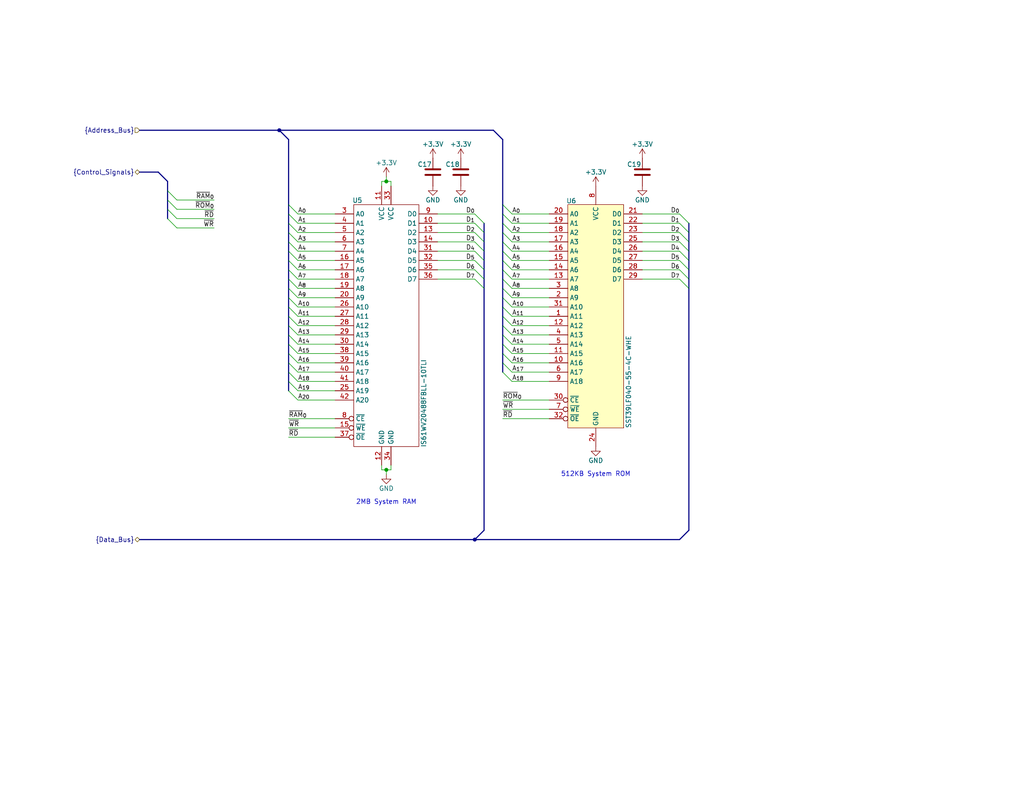
<source format=kicad_sch>
(kicad_sch (version 20231120) (generator "eeschema") (generator_version "8.0")
  (paper "USLetter")
  (lib_symbols
    (symbol "Device:C" (pin_numbers hide) (pin_names (offset 0.254))
      (property "Reference" "C" (at 0.635 2.54 0))
      (property "Value" "C" (at 0.635 -2.54 0))
      (symbol "C_0_1"
        (polyline (pts (xy -2.032 -0.762) (xy 2.032 -0.762)) (stroke (width 0.508)))
        (polyline (pts (xy -2.032 0.762) (xy 2.032 0.762)) (stroke (width 0.508)))
      )
      (symbol "C_1_1"
        (pin passive line (at 0 3.81 270) (length 2.794) (name "~") (number "1"))
        (pin passive line (at 0 -3.81 90) (length 2.794) (name "~") (number "2"))
      )
    )
    (symbol "Sentinel 65X - Prototype 4 V2:IS61WV20488FBLL-10TLI"
      (property "Reference" "U" (at 0.6663 0.793 0))
      (property "Value" "IS61WV20488FBLL-10TLI" (at 18.9873 -54.2482 90))
      (symbol "IS61WV20488FBLL-10TLI_0_1"
        (rectangle (start 0 0) (end 17.78 -66.04))
      )
      (symbol "IS61WV20488FBLL-10TLI_1_1"
        (pin no_connect line (at 22.86 -45.72 180) (length 5.08) hide (name "NC") (number "1"))
        (pin tri_state line (at 22.86 -5.08 180) (length 5.08) (name "D1") (number "10"))
        (pin power_in line (at 7.62 5.08 270) (length 5.08) (name "VCC") (number "11"))
        (pin power_in line (at 7.62 -71.12 90) (length 5.08) (name "GND") (number "12"))
        (pin tri_state line (at 22.86 -7.62 180) (length 5.08) (name "D2") (number "13"))
        (pin tri_state line (at 22.86 -10.16 180) (length 5.08) (name "D3") (number "14"))
        (pin input inverted (at -5.08 -60.96 0) (length 5.08) (name "~{WE}") (number "15"))
        (pin input line (at -5.08 -15.24 0) (length 5.08) (name "A5") (number "16"))
        (pin input line (at -5.08 -17.78 0) (length 5.08) (name "A6") (number "17"))
        (pin input line (at -5.08 -20.32 0) (length 5.08) (name "A7") (number "18"))
        (pin input line (at -5.08 -22.86 0) (length 5.08) (name "A8") (number "19"))
        (pin no_connect line (at 22.86 -48.26 180) (length 5.08) hide (name "NC") (number "2"))
        (pin input line (at -5.08 -25.4 0) (length 5.08) (name "A9") (number "20"))
        (pin no_connect line (at 22.86 -50.8 180) (length 5.08) hide (name "NC") (number "21"))
        (pin no_connect line (at 22.86 -53.34 180) (length 5.08) hide (name "NC") (number "22"))
        (pin no_connect line (at 22.86 -55.88 180) (length 5.08) hide (name "NC") (number "23"))
        (pin no_connect line (at 22.86 -58.42 180) (length 5.08) hide (name "NC") (number "24"))
        (pin input line (at -5.08 -50.8 0) (length 5.08) (name "A19") (number "25"))
        (pin input line (at -5.08 -27.94 0) (length 5.08) (name "A10") (number "26"))
        (pin input line (at -5.08 -30.48 0) (length 5.08) (name "A11") (number "27"))
        (pin input line (at -5.08 -33.02 0) (length 5.08) (name "A12") (number "28"))
        (pin input line (at -5.08 -35.56 0) (length 5.08) (name "A13") (number "29"))
        (pin input line (at -5.08 -2.54 0) (length 5.08) (name "A0") (number "3"))
        (pin input line (at -5.08 -38.1 0) (length 5.08) (name "A14") (number "30"))
        (pin tri_state line (at 22.86 -12.7 180) (length 5.08) (name "D4") (number "31"))
        (pin tri_state line (at 22.86 -15.24 180) (length 5.08) (name "D5") (number "32"))
        (pin power_in line (at 10.16 5.08 270) (length 5.08) (name "VCC") (number "33"))
        (pin power_in line (at 10.16 -71.12 90) (length 5.08) (name "GND") (number "34"))
        (pin tri_state line (at 22.86 -17.78 180) (length 5.08) (name "D6") (number "35"))
        (pin tri_state line (at 22.86 -20.32 180) (length 5.08) (name "D7") (number "36"))
        (pin input inverted (at -5.08 -63.5 0) (length 5.08) (name "~{OE}") (number "37"))
        (pin input line (at -5.08 -40.64 0) (length 5.08) (name "A15") (number "38"))
        (pin input line (at -5.08 -43.18 0) (length 5.08) (name "A16") (number "39"))
        (pin input line (at -5.08 -5.08 0) (length 5.08) (name "A1") (number "4"))
        (pin input line (at -5.08 -45.72 0) (length 5.08) (name "A17") (number "40"))
        (pin input line (at -5.08 -48.26 0) (length 5.08) (name "A18") (number "41"))
        (pin input line (at -5.08 -53.34 0) (length 5.08) (name "A20") (number "42"))
        (pin no_connect line (at 22.86 -60.96 180) (length 5.08) hide (name "NC") (number "43"))
        (pin no_connect line (at 22.86 -63.5 180) (length 5.08) hide (name "NC") (number "44"))
        (pin input line (at -5.08 -7.62 0) (length 5.08) (name "A2") (number "5"))
        (pin input line (at -5.08 -10.16 0) (length 5.08) (name "A3") (number "6"))
        (pin input line (at -5.08 -12.7 0) (length 5.08) (name "A4") (number "7"))
        (pin input inverted (at -5.08 -58.42 0) (length 5.08) (name "~{CE}") (number "8"))
        (pin tri_state line (at 22.86 -2.54 180) (length 5.08) (name "D0") (number "9"))
      )
    )
    (symbol "Sentinel 65X - Prototype 4 V2:SST39LF040-55-4C-WHE"
      (property "Reference" "U" (at 0.6004 0.7632 0))
      (property "Value" "SST39LF040-55-4C-WHE" (at 16.7179 -48.2788 90))
      (property "Footprint" "Package_SO:TSOP-I-32_14.4x8mm_P0.5mm" (at 2.54 10.16 0))
      (symbol "SST39LF040-55-4C-WHE_1_1"
        (rectangle (start 0 0) (end 15.24 -60.96) (fill (type background)))
        (pin input line (at -5.08 -30.48 0) (length 5.08) (name "A11") (number "1"))
        (pin input line (at -5.08 -43.18 0) (length 5.08) (name "A16") (number "10"))
        (pin input line (at -5.08 -40.64 0) (length 5.08) (name "A15") (number "11"))
        (pin input line (at -5.08 -33.02 0) (length 5.08) (name "A12") (number "12"))
        (pin input line (at -5.08 -20.32 0) (length 5.08) (name "A7") (number "13"))
        (pin input line (at -5.08 -17.78 0) (length 5.08) (name "A6") (number "14"))
        (pin input line (at -5.08 -15.24 0) (length 5.08) (name "A5") (number "15"))
        (pin input line (at -5.08 -12.7 0) (length 5.08) (name "A4") (number "16"))
        (pin input line (at -5.08 -10.16 0) (length 5.08) (name "A3") (number "17"))
        (pin input line (at -5.08 -7.62 0) (length 5.08) (name "A2") (number "18"))
        (pin input line (at -5.08 -5.08 0) (length 5.08) (name "A1") (number "19"))
        (pin input line (at -5.08 -25.4 0) (length 5.08) (name "A9") (number "2"))
        (pin input line (at -5.08 -2.54 0) (length 5.08) (name "A0") (number "20"))
        (pin tri_state line (at 20.32 -2.54 180) (length 5.08) (name "D0") (number "21"))
        (pin tri_state line (at 20.32 -5.08 180) (length 5.08) (name "D1") (number "22"))
        (pin tri_state line (at 20.32 -7.62 180) (length 5.08) (name "D2") (number "23"))
        (pin power_in line (at 7.62 -66.04 90) (length 5.08) (name "GND") (number "24"))
        (pin tri_state line (at 20.32 -10.16 180) (length 5.08) (name "D3") (number "25"))
        (pin tri_state line (at 20.32 -12.7 180) (length 5.08) (name "D4") (number "26"))
        (pin tri_state line (at 20.32 -15.24 180) (length 5.08) (name "D5") (number "27"))
        (pin tri_state line (at 20.32 -17.78 180) (length 5.08) (name "D6") (number "28"))
        (pin tri_state line (at 20.32 -20.32 180) (length 5.08) (name "D7") (number "29"))
        (pin input line (at -5.08 -22.86 0) (length 5.08) (name "A8") (number "3"))
        (pin input inverted (at -5.08 -53.34 0) (length 5.08) (name "~{CE}") (number "30"))
        (pin input line (at -5.08 -27.94 0) (length 5.08) (name "A10") (number "31"))
        (pin input inverted (at -5.08 -58.42 0) (length 5.08) (name "~{OE}") (number "32"))
        (pin input line (at -5.08 -35.56 0) (length 5.08) (name "A13") (number "4"))
        (pin input line (at -5.08 -38.1 0) (length 5.08) (name "A14") (number "5"))
        (pin input line (at -5.08 -45.72 0) (length 5.08) (name "A17") (number "6"))
        (pin input inverted (at -5.08 -55.88 0) (length 5.08) (name "~{WE}") (number "7"))
        (pin power_in line (at 7.62 5.08 270) (length 5.08) (name "VCC") (number "8"))
        (pin input line (at -5.08 -48.26 0) (length 5.08) (name "A18") (number "9"))
      )
    )
    (symbol "power:+3.3V" (power) (pin_numbers hide) (pin_names (offset 0) hide)
      (property "Value" "+3.3V" (at 0 3.556 0))
      (symbol "+3.3V_0_1"
        (polyline (pts (xy -0.762 1.27) (xy 0 2.54)))
        (polyline (pts (xy 0 0) (xy 0 2.54)))
        (polyline (pts (xy 0 2.54) (xy 0.762 1.27)))
      )
      (symbol "+3.3V_1_1"
        (pin power_in line (at 0 0 90) (length 0) (name "~") (number "1"))
      )
    )
    (symbol "power:GND" (power) (pin_numbers hide) (pin_names (offset 0) hide)
      (property "Value" "GND" (at 0 -3.81 0))
      (symbol "GND_0_1"
        (polyline (pts (xy 0 0) (xy 0 -1.27) (xy 1.27 -1.27) (xy 0 -2.54) (xy -1.27 -1.27) (xy 0 -1.27)))
      )
      (symbol "GND_1_1"
        (pin power_in line (at 0 0 270) (length 0) (name "~") (number "1"))
      )
    )
  )
  (junction (at 105.41 49.53))
  (junction (at 129.54 147.32))
  (junction (at 76.2 35.56))
  (junction (at 105.41 128.27))
  (bus_entry (at 132.08 71.12) (size -2.54 -2.54))
  (bus_entry (at 132.08 78.74) (size -2.54 -2.54))
  (bus_entry (at 45.72 57.15) (size 2.54 2.54))
  (bus_entry (at 187.96 71.12) (size -2.54 -2.54))
  (bus_entry (at 78.74 78.74) (size 2.54 2.54))
  (bus_entry (at 78.74 58.42) (size 2.54 2.54))
  (bus_entry (at 78.74 88.9) (size 2.54 2.54))
  (bus_entry (at 78.74 91.44) (size 2.54 2.54))
  (bus_entry (at 187.96 68.58) (size -2.54 -2.54))
  (bus_entry (at 137.16 78.74) (size 2.54 2.54))
  (bus_entry (at 78.74 83.82) (size 2.54 2.54))
  (bus_entry (at 132.08 76.2) (size -2.54 -2.54))
  (bus_entry (at 137.16 81.28) (size 2.54 2.54))
  (bus_entry (at 78.74 99.06) (size 2.54 2.54))
  (bus_entry (at 187.96 66.04) (size -2.54 -2.54))
  (bus_entry (at 137.16 101.6) (size 2.54 2.54))
  (bus_entry (at 45.72 54.61) (size 2.54 2.54))
  (bus_entry (at 78.74 63.5) (size 2.54 2.54))
  (bus_entry (at 45.72 52.07) (size 2.54 2.54))
  (bus_entry (at 137.16 55.88) (size 2.54 2.54))
  (bus_entry (at 137.16 71.12) (size 2.54 2.54))
  (bus_entry (at 187.96 73.66) (size -2.54 -2.54))
  (bus_entry (at 78.74 96.52) (size 2.54 2.54))
  (bus_entry (at 187.96 78.74) (size -2.54 -2.54))
  (bus_entry (at 137.16 76.2) (size 2.54 2.54))
  (bus_entry (at 137.16 91.44) (size 2.54 2.54))
  (bus_entry (at 137.16 68.58) (size 2.54 2.54))
  (bus_entry (at 137.16 88.9) (size 2.54 2.54))
  (bus_entry (at 78.74 76.2) (size 2.54 2.54))
  (bus_entry (at 78.74 81.28) (size 2.54 2.54))
  (bus_entry (at 187.96 60.96) (size -2.54 -2.54))
  (bus_entry (at 137.16 86.36) (size 2.54 2.54))
  (bus_entry (at 137.16 63.5) (size 2.54 2.54))
  (bus_entry (at 137.16 66.04) (size 2.54 2.54))
  (bus_entry (at 78.74 66.04) (size 2.54 2.54))
  (bus_entry (at 132.08 66.04) (size -2.54 -2.54))
  (bus_entry (at 78.74 106.68) (size 2.54 2.54))
  (bus_entry (at 78.74 55.88) (size 2.54 2.54))
  (bus_entry (at 137.16 58.42) (size 2.54 2.54))
  (bus_entry (at 78.74 93.98) (size 2.54 2.54))
  (bus_entry (at 132.08 68.58) (size -2.54 -2.54))
  (bus_entry (at 137.16 96.52) (size 2.54 2.54))
  (bus_entry (at 132.08 73.66) (size -2.54 -2.54))
  (bus_entry (at 132.08 60.96) (size -2.54 -2.54))
  (bus_entry (at 187.96 76.2) (size -2.54 -2.54))
  (bus_entry (at 137.16 60.96) (size 2.54 2.54))
  (bus_entry (at 132.08 63.5) (size -2.54 -2.54))
  (bus_entry (at 78.74 101.6) (size 2.54 2.54))
  (bus_entry (at 187.96 63.5) (size -2.54 -2.54))
  (bus_entry (at 137.16 83.82) (size 2.54 2.54))
  (bus_entry (at 137.16 73.66) (size 2.54 2.54))
  (bus_entry (at 78.74 71.12) (size 2.54 2.54))
  (bus_entry (at 78.74 86.36) (size 2.54 2.54))
  (bus_entry (at 78.74 73.66) (size 2.54 2.54))
  (bus_entry (at 137.16 99.06) (size 2.54 2.54))
  (bus_entry (at 78.74 68.58) (size 2.54 2.54))
  (bus_entry (at 45.72 59.69) (size 2.54 2.54))
  (bus_entry (at 137.16 93.98) (size 2.54 2.54))
  (bus_entry (at 78.74 60.96) (size 2.54 2.54))
  (bus_entry (at 78.74 104.14) (size 2.54 2.54))
  (wire (pts (xy 104.14 49.53) (xy 105.41 49.53)))
  (bus (pts (xy 132.08 76.2) (xy 132.08 78.74)))
  (bus (pts (xy 132.08 63.5) (xy 132.08 66.04)))
  (wire (pts (xy 91.44 88.9) (xy 81.28 88.9)))
  (bus (pts (xy 129.54 147.32) (xy 132.08 144.78)))
  (wire (pts (xy 91.44 58.42) (xy 81.28 58.42)))
  (bus (pts (xy 38.1 147.32) (xy 129.54 147.32)))
  (bus (pts (xy 78.74 78.74) (xy 78.74 81.28)))
  (bus (pts (xy 76.2 35.56) (xy 78.74 38.1)))
  (bus (pts (xy 137.16 81.28) (xy 137.16 83.82)))
  (bus (pts (xy 137.16 71.12) (xy 137.16 73.66)))
  (bus (pts (xy 129.54 147.32) (xy 185.42 147.32)))
  (bus (pts (xy 137.16 38.1) (xy 137.16 55.88)))
  (bus (pts (xy 137.16 68.58) (xy 137.16 71.12)))
  (bus (pts (xy 78.74 96.52) (xy 78.74 99.06)))
  (bus (pts (xy 78.74 63.5) (xy 78.74 66.04)))
  (wire (pts (xy 175.26 73.66) (xy 185.42 73.66)))
  (wire (pts (xy 91.44 86.36) (xy 81.28 86.36)))
  (wire (pts (xy 137.16 109.22) (xy 149.86 109.22)))
  (bus (pts (xy 132.08 71.12) (xy 132.08 73.66)))
  (bus (pts (xy 78.74 86.36) (xy 78.74 88.9)))
  (bus (pts (xy 187.96 63.5) (xy 187.96 66.04)))
  (bus (pts (xy 78.74 71.12) (xy 78.74 73.66)))
  (wire (pts (xy 175.26 68.58) (xy 185.42 68.58)))
  (wire (pts (xy 91.44 68.58) (xy 81.28 68.58)))
  (bus (pts (xy 78.74 91.44) (xy 78.74 93.98)))
  (wire (pts (xy 104.14 49.53) (xy 104.14 50.8)))
  (bus (pts (xy 78.74 66.04) (xy 78.74 68.58)))
  (wire (pts (xy 106.68 127) (xy 106.68 128.27)))
  (bus (pts (xy 137.16 66.04) (xy 137.16 68.58)))
  (wire (pts (xy 106.68 49.53) (xy 106.68 50.8)))
  (wire (pts (xy 139.7 91.44) (xy 149.86 91.44)))
  (wire (pts (xy 81.28 109.22) (xy 91.44 109.22)))
  (bus (pts (xy 187.96 78.74) (xy 187.96 144.78)))
  (wire (pts (xy 139.7 68.58) (xy 149.86 68.58)))
  (bus (pts (xy 132.08 66.04) (xy 132.08 68.58)))
  (bus (pts (xy 78.74 88.9) (xy 78.74 91.44)))
  (wire (pts (xy 175.26 58.42) (xy 185.42 58.42)))
  (wire (pts (xy 91.44 78.74) (xy 81.28 78.74)))
  (bus (pts (xy 78.74 73.66) (xy 78.74 76.2)))
  (bus (pts (xy 137.16 63.5) (xy 137.16 66.04)))
  (wire (pts (xy 105.41 49.53) (xy 106.68 49.53)))
  (wire (pts (xy 78.74 116.84) (xy 91.44 116.84)))
  (wire (pts (xy 139.7 96.52) (xy 149.86 96.52)))
  (bus (pts (xy 132.08 78.74) (xy 132.08 144.78)))
  (wire (pts (xy 91.44 60.96) (xy 81.28 60.96)))
  (wire (pts (xy 175.26 66.04) (xy 185.42 66.04)))
  (bus (pts (xy 43.18 46.99) (xy 45.72 49.53)))
  (wire (pts (xy 119.38 63.5) (xy 129.54 63.5)))
  (bus (pts (xy 45.72 54.61) (xy 45.72 57.15)))
  (wire (pts (xy 119.38 68.58) (xy 129.54 68.58)))
  (bus (pts (xy 137.16 88.9) (xy 137.16 91.44)))
  (wire (pts (xy 91.44 104.14) (xy 81.28 104.14)))
  (bus (pts (xy 137.16 78.74) (xy 137.16 81.28)))
  (wire (pts (xy 78.74 114.3) (xy 91.44 114.3)))
  (wire (pts (xy 91.44 96.52) (xy 81.28 96.52)))
  (wire (pts (xy 139.7 104.14) (xy 149.86 104.14)))
  (bus (pts (xy 132.08 68.58) (xy 132.08 71.12)))
  (wire (pts (xy 175.26 71.12) (xy 185.42 71.12)))
  (bus (pts (xy 137.16 38.1) (xy 134.62 35.56)))
  (bus (pts (xy 78.74 104.14) (xy 78.74 106.68)))
  (wire (pts (xy 139.7 83.82) (xy 149.86 83.82)))
  (bus (pts (xy 45.72 57.15) (xy 45.72 59.69)))
  (bus (pts (xy 137.16 55.88) (xy 137.16 58.42)))
  (wire (pts (xy 48.26 57.15) (xy 58.42 57.15)))
  (wire (pts (xy 105.41 128.27) (xy 105.41 129.54)))
  (wire (pts (xy 91.44 66.04) (xy 81.28 66.04)))
  (wire (pts (xy 175.26 60.96) (xy 185.42 60.96)))
  (wire (pts (xy 105.41 128.27) (xy 106.68 128.27)))
  (wire (pts (xy 119.38 73.66) (xy 129.54 73.66)))
  (bus (pts (xy 137.16 76.2) (xy 137.16 78.74)))
  (wire (pts (xy 91.44 91.44) (xy 81.28 91.44)))
  (bus (pts (xy 137.16 60.96) (xy 137.16 63.5)))
  (bus (pts (xy 137.16 96.52) (xy 137.16 99.06)))
  (wire (pts (xy 137.16 111.76) (xy 149.86 111.76)))
  (bus (pts (xy 38.1 35.56) (xy 76.2 35.56)))
  (wire (pts (xy 139.7 63.5) (xy 149.86 63.5)))
  (bus (pts (xy 78.74 58.42) (xy 78.74 60.96)))
  (bus (pts (xy 137.16 83.82) (xy 137.16 86.36)))
  (wire (pts (xy 119.38 71.12) (xy 129.54 71.12)))
  (bus (pts (xy 78.74 60.96) (xy 78.74 63.5)))
  (bus (pts (xy 76.2 35.56) (xy 134.62 35.56)))
  (bus (pts (xy 45.72 52.07) (xy 45.72 54.61)))
  (bus (pts (xy 78.74 93.98) (xy 78.74 96.52)))
  (wire (pts (xy 139.7 99.06) (xy 149.86 99.06)))
  (wire (pts (xy 91.44 81.28) (xy 81.28 81.28)))
  (wire (pts (xy 48.26 59.69) (xy 58.42 59.69)))
  (bus (pts (xy 38.1 46.99) (xy 43.18 46.99)))
  (wire (pts (xy 119.38 58.42) (xy 129.54 58.42)))
  (wire (pts (xy 91.44 99.06) (xy 81.28 99.06)))
  (wire (pts (xy 139.7 58.42) (xy 149.86 58.42)))
  (bus (pts (xy 187.96 68.58) (xy 187.96 71.12)))
  (bus (pts (xy 78.74 83.82) (xy 78.74 86.36)))
  (wire (pts (xy 119.38 76.2) (xy 129.54 76.2)))
  (bus (pts (xy 137.16 91.44) (xy 137.16 93.98)))
  (bus (pts (xy 78.74 101.6) (xy 78.74 104.14)))
  (wire (pts (xy 139.7 66.04) (xy 149.86 66.04)))
  (wire (pts (xy 48.26 62.23) (xy 58.42 62.23)))
  (wire (pts (xy 48.26 54.61) (xy 58.42 54.61)))
  (wire (pts (xy 139.7 73.66) (xy 149.86 73.66)))
  (wire (pts (xy 91.44 101.6) (xy 81.28 101.6)))
  (bus (pts (xy 137.16 93.98) (xy 137.16 96.52)))
  (bus (pts (xy 45.72 49.53) (xy 45.72 52.07)))
  (bus (pts (xy 137.16 99.06) (xy 137.16 101.6)))
  (bus (pts (xy 78.74 68.58) (xy 78.74 71.12)))
  (bus (pts (xy 137.16 86.36) (xy 137.16 88.9)))
  (wire (pts (xy 91.44 71.12) (xy 81.28 71.12)))
  (bus (pts (xy 78.74 81.28) (xy 78.74 83.82)))
  (wire (pts (xy 139.7 71.12) (xy 149.86 71.12)))
  (wire (pts (xy 91.44 76.2) (xy 81.28 76.2)))
  (bus (pts (xy 132.08 60.96) (xy 132.08 63.5)))
  (bus (pts (xy 78.74 38.1) (xy 78.74 55.88)))
  (bus (pts (xy 78.74 99.06) (xy 78.74 101.6)))
  (bus (pts (xy 132.08 73.66) (xy 132.08 76.2)))
  (bus (pts (xy 187.96 66.04) (xy 187.96 68.58)))
  (wire (pts (xy 104.14 128.27) (xy 105.41 128.27)))
  (wire (pts (xy 91.44 93.98) (xy 81.28 93.98)))
  (bus (pts (xy 187.96 144.78) (xy 185.42 147.32)))
  (wire (pts (xy 91.44 63.5) (xy 81.28 63.5)))
  (wire (pts (xy 175.26 63.5) (xy 185.42 63.5)))
  (wire (pts (xy 119.38 60.96) (xy 129.54 60.96)))
  (wire (pts (xy 139.7 76.2) (xy 149.86 76.2)))
  (wire (pts (xy 139.7 93.98) (xy 149.86 93.98)))
  (bus (pts (xy 187.96 76.2) (xy 187.96 78.74)))
  (bus (pts (xy 78.74 55.88) (xy 78.74 58.42)))
  (bus (pts (xy 78.74 76.2) (xy 78.74 78.74)))
  (wire (pts (xy 104.14 127) (xy 104.14 128.27)))
  (wire (pts (xy 91.44 73.66) (xy 81.28 73.66)))
  (wire (pts (xy 139.7 78.74) (xy 149.86 78.74)))
  (wire (pts (xy 91.44 106.68) (xy 81.28 106.68)))
  (wire (pts (xy 139.7 60.96) (xy 149.86 60.96)))
  (wire (pts (xy 91.44 83.82) (xy 81.28 83.82)))
  (wire (pts (xy 78.74 119.38) (xy 91.44 119.38)))
  (bus (pts (xy 187.96 60.96) (xy 187.96 63.5)))
  (wire (pts (xy 139.7 86.36) (xy 149.86 86.36)))
  (wire (pts (xy 175.26 76.2) (xy 185.42 76.2)))
  (wire (pts (xy 139.7 81.28) (xy 149.86 81.28)))
  (wire (pts (xy 139.7 88.9) (xy 149.86 88.9)))
  (bus (pts (xy 187.96 71.12) (xy 187.96 73.66)))
  (bus (pts (xy 137.16 73.66) (xy 137.16 76.2)))
  (wire (pts (xy 137.16 114.3) (xy 149.86 114.3)))
  (wire (pts (xy 105.41 48.26) (xy 105.41 49.53)))
  (bus (pts (xy 187.96 73.66) (xy 187.96 76.2)))
  (bus (pts (xy 137.16 58.42) (xy 137.16 60.96)))
  (wire (pts (xy 139.7 101.6) (xy 149.86 101.6)))
  (wire (pts (xy 119.38 66.04) (xy 129.54 66.04)))
  (text "512KB System ROM" (at 162.56 129.54 0) (effects (font (size 1.27 1.27))))
  (text "2MB System RAM" (at 105.41 137.16 0) (effects (font (size 1.27 1.27))))
  (label "A_{16}" (at 139.7 99.06 0))
  (label "D_{0}" (at 129.54 58.42 180))
  (label "A_{1}" (at 139.7 60.96 0))
  (label "A_{5}" (at 139.7 71.12 0))
  (label "D_{6}" (at 129.54 73.66 180))
  (label "A_{20}" (at 81.28 109.22 0))
  (label "A_{17}" (at 139.7 101.6 0))
  (label "A_{6}" (at 81.28 73.66 0))
  (label "D_{4}" (at 129.54 68.58 180))
  (label "A_{9}" (at 139.7 81.28 0))
  (label "A_{1}" (at 81.28 60.96 0))
  (label "A_{12}" (at 81.28 88.9 0))
  (label "A_{15}" (at 81.28 96.52 0))
  (label "D_{5}" (at 185.42 71.12 180))
  (label "A_{17}" (at 81.28 101.6 0))
  (label "A_{16}" (at 81.28 99.06 0))
  (label "A_{12}" (at 139.7 88.9 0))
  (label "~{WR}" (at 78.74 116.84 0))
  (label "~{ROM}_{0}" (at 58.42 57.15 180))
  (label "D_{1}" (at 185.42 60.96 180))
  (label "A_{18}" (at 139.7 104.14 0))
  (label "A_{3}" (at 81.28 66.04 0))
  (label "A_{8}" (at 139.7 78.74 0))
  (label "~{WR}" (at 58.42 62.23 180))
  (label "A_{10}" (at 139.7 83.82 0))
  (label "D_{6}" (at 185.42 73.66 180))
  (label "~{RAM}_{0}" (at 58.42 54.61 180))
  (label "A_{5}" (at 81.28 71.12 0))
  (label "A_{2}" (at 139.7 63.5 0))
  (label "A_{3}" (at 139.7 66.04 0))
  (label "A_{4}" (at 139.7 68.58 0))
  (label "D_{0}" (at 185.42 58.42 180))
  (label "~{RD}" (at 58.42 59.69 180))
  (label "A_{9}" (at 81.28 81.28 0))
  (label "A_{14}" (at 139.7 93.98 0))
  (label "A_{11}" (at 139.7 86.36 0))
  (label "D_{7}" (at 129.54 76.2 180))
  (label "A_{15}" (at 139.7 96.52 0))
  (label "~{WR}" (at 137.16 111.76 0))
  (label "A_{6}" (at 139.7 73.66 0))
  (label "D_{4}" (at 185.42 68.58 180))
  (label "A_{10}" (at 81.28 83.82 0))
  (label "A_{8}" (at 81.28 78.74 0))
  (label "D_{3}" (at 129.54 66.04 180))
  (label "A_{13}" (at 139.7 91.44 0))
  (label "D_{2}" (at 185.42 63.5 180))
  (label "D_{5}" (at 129.54 71.12 180))
  (label "A_{2}" (at 81.28 63.5 0))
  (label "A_{0}" (at 139.7 58.42 0))
  (label "A_{18}" (at 81.28 104.14 0))
  (label "A_{4}" (at 81.28 68.58 0))
  (label "A_{7}" (at 81.28 76.2 0))
  (label "~{RAM}_{0}" (at 78.74 114.3 0))
  (label "A_{0}" (at 81.28 58.42 0))
  (label "D_{1}" (at 129.54 60.96 180))
  (label "A_{13}" (at 81.28 91.44 0))
  (label "D_{2}" (at 129.54 63.5 180))
  (label "A_{7}" (at 139.7 76.2 0))
  (label "D_{7}" (at 185.42 76.2 180))
  (label "A_{11}" (at 81.28 86.36 0))
  (label "~{RD}" (at 137.16 114.3 0))
  (label "~{ROM}_{0}" (at 137.16 109.22 0))
  (label "A_{19}" (at 81.28 106.68 0))
  (label "~{RD}" (at 78.74 119.38 0))
  (label "A_{14}" (at 81.28 93.98 0))
  (label "D_{3}" (at 185.42 66.04 180))
  (hierarchical_label "{Control_Signals}" (shape bidirectional) (at 38.1 46.99 180))
  (hierarchical_label "{Data_Bus}" (shape tri_state) (at 38.1 147.32 180))
  (hierarchical_label "{Address_Bus}" (shape input) (at 38.1 35.56 180))
  (symbol (lib_id "Sentinel 65X - Prototype 4 V2:IS61WV20488FBLL-10TLI") (at 96.52 55.88 0) (unit 1)
    (property "Reference" "U5" (at 96.1307 54.7109 0) (effects (justify left)))
    (property "Value" "IS61WV20488FBLL-10TLI" (at 115.6106 122.1296 90) (effects (justify left)))
    (property "Footprint" "Package_SO:TSOP-II-44_10.16x18.41mm_P0.8mm" (effects (hide yes)))
    (property "Datasheet" "https://www.mouser.ca/datasheet/2/198/61_64WV20488FALL_FBLL-1518520.pdf" (effects (hide yes)))
    (property "Description" "2Mx8 HIGH-SPEED ASYNCHRONOUS CMOS STATIC RAM WITH 3.3V/1.8V SUPPLY" (effects (hide yes)))
  )
  (symbol (lib_id "power:GND") (at 162.56 121.92 0) (unit 1)
    (property "Reference" "#PWR051" (effects (hide yes)))
    (property "Value" "GND" (at 162.56 125.73 0))
    (property "Description" "Power symbol creates a global label with name \"GND\" , ground" (effects (hide yes)))
  )
  (symbol (lib_id "Device:C") (at 175.26 46.99 0) (unit 1)
    (property "Reference" "C19" (at 171.064 44.8748 0) (effects (justify left)))
    (property "Value" "CL05A106MQ5NUNC" (effects (hide yes)))
    (property "Footprint" "Capacitor_SMD:C_0402_1005Metric" (effects (hide yes)))
    (property "Description" "Unpolarized capacitor" (effects (hide yes)))
  )
  (symbol (lib_id "power:GND") (at 125.73 50.8 0) (unit 1)
    (property "Reference" "#PWR049" (effects (hide yes)))
    (property "Value" "GND" (at 125.73 54.61 0))
    (property "Description" "Power symbol creates a global label with name \"GND\" , ground" (effects (hide yes)))
  )
  (symbol (lib_id "power:+3.3V") (at 105.41 48.26 0) (unit 1)
    (property "Reference" "#PWR044" (effects (hide yes)))
    (property "Value" "+3.3V" (at 105.41 44.45 0))
    (property "Description" "Power symbol creates a global label with name \"+3.3V\"" (effects (hide yes)))
  )
  (symbol (lib_id "power:+3.3V") (at 162.56 50.8 0) (unit 1)
    (property "Reference" "#PWR050" (effects (hide yes)))
    (property "Value" "+3.3V" (at 162.56 46.99 0))
    (property "Description" "Power symbol creates a global label with name \"+3.3V\"" (effects (hide yes)))
  )
  (symbol (lib_id "power:GND") (at 118.11 50.8 0) (unit 1)
    (property "Reference" "#PWR047" (effects (hide yes)))
    (property "Value" "GND" (at 118.11 54.61 0))
    (property "Description" "Power symbol creates a global label with name \"GND\" , ground" (effects (hide yes)))
  )
  (symbol (lib_id "Device:C") (at 125.73 46.99 0) (unit 1)
    (property "Reference" "C18" (at 121.534 44.8748 0) (effects (justify left)))
    (property "Value" "CL05A106MQ5NUNC" (effects (hide yes)))
    (property "Footprint" "Capacitor_SMD:C_0402_1005Metric" (effects (hide yes)))
    (property "Description" "Unpolarized capacitor" (effects (hide yes)))
  )
  (symbol (lib_id "power:+3.3V") (at 125.73 43.18 0) (unit 1)
    (property "Reference" "#PWR048" (effects (hide yes)))
    (property "Value" "+3.3V" (at 125.73 39.37 0))
    (property "Description" "Power symbol creates a global label with name \"+3.3V\"" (effects (hide yes)))
  )
  (symbol (lib_id "power:+3.3V") (at 175.26 43.18 0) (unit 1)
    (property "Reference" "#PWR052" (effects (hide yes)))
    (property "Value" "+3.3V" (at 175.26 39.37 0))
    (property "Description" "Power symbol creates a global label with name \"+3.3V\"" (effects (hide yes)))
  )
  (symbol (lib_id "power:GND") (at 105.41 129.54 0) (unit 1)
    (property "Reference" "#PWR045" (effects (hide yes)))
    (property "Value" "GND" (at 105.41 133.35 0))
    (property "Description" "Power symbol creates a global label with name \"GND\" , ground" (effects (hide yes)))
  )
  (symbol (lib_id "power:GND") (at 175.26 50.8 0) (unit 1)
    (property "Reference" "#PWR053" (effects (hide yes)))
    (property "Value" "GND" (at 175.26 54.61 0))
    (property "Description" "Power symbol creates a global label with name \"GND\" , ground" (effects (hide yes)))
  )
  (symbol (lib_id "Sentinel 65X - Prototype 4 V2:SST39LF040-55-4C-WHE") (at 154.94 55.88 0) (unit 1)
    (property "Reference" "U6" (at 154.4991 54.8633 0) (effects (justify left)))
    (property "Value" "SST39LF040-55-4C-WHE" (at 171.5252 116.9143 90) (effects (justify left)))
    (property "Footprint" "Package_SO:TSOP-I-32_14.4x8mm_P0.5mm" (effects (hide yes)))
    (property "Datasheet" "https://www.mouser.ca/datasheet/2/268/20005023B-709002.pdf" (effects (hide yes)))
    (property "Description" "512K 8-bit parallel NOR flash, 55nS, 3.3V, TSOP-32" (effects (hide yes)))
  )
  (symbol (lib_id "Device:C") (at 118.11 46.99 0) (unit 1)
    (property "Reference" "C17" (at 113.914 44.8748 0) (effects (justify left)))
    (property "Value" "CL05A106MQ5NUNC" (effects (hide yes)))
    (property "Footprint" "Capacitor_SMD:C_0402_1005Metric" (effects (hide yes)))
    (property "Description" "Unpolarized capacitor" (effects (hide yes)))
  )
  (symbol (lib_id "power:+3.3V") (at 118.11 43.18 0) (unit 1)
    (property "Reference" "#PWR046" (effects (hide yes)))
    (property "Value" "+3.3V" (at 118.11 39.37 0))
    (property "Description" "Power symbol creates a global label with name \"+3.3V\"" (effects (hide yes)))
  )
)
</source>
